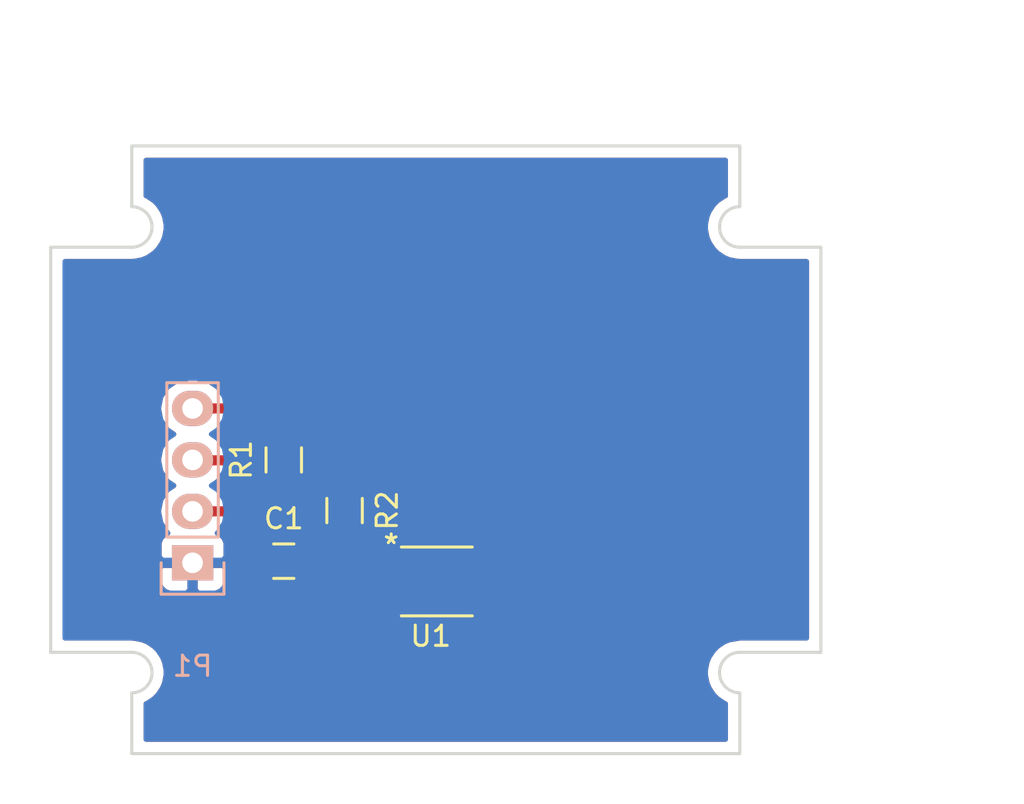
<source format=kicad_pcb>
(kicad_pcb (version 20160815) (host pcbnew "(2016-09-10 revision 7ad2f37)-master")

  (general
    (links 11)
    (no_connects 0)
    (area 135.924999 89.924999 174.075001 120.075001)
    (thickness 1.6)
    (drawings 19)
    (tracks 28)
    (zones 0)
    (modules 5)
    (nets 5)
  )

  (page A4)
  (layers
    (0 F.Cu signal)
    (31 B.Cu signal hide)
    (32 B.Adhes user)
    (33 F.Adhes user)
    (34 B.Paste user)
    (35 F.Paste user)
    (36 B.SilkS user)
    (37 F.SilkS user)
    (38 B.Mask user)
    (39 F.Mask user)
    (40 Dwgs.User user)
    (41 Cmts.User user)
    (42 Eco1.User user)
    (43 Eco2.User user)
    (44 Edge.Cuts user)
    (45 Margin user)
    (46 B.CrtYd user)
    (47 F.CrtYd user)
    (48 B.Fab user)
    (49 F.Fab user)
  )

  (setup
    (last_trace_width 0.5)
    (trace_clearance 0.2)
    (zone_clearance 0.508)
    (zone_45_only no)
    (trace_min 0.2)
    (segment_width 0.2)
    (edge_width 0.15)
    (via_size 0.6)
    (via_drill 0.4)
    (via_min_size 0.4)
    (via_min_drill 0.3)
    (uvia_size 0.3)
    (uvia_drill 0.1)
    (uvias_allowed no)
    (uvia_min_size 0.2)
    (uvia_min_drill 0.1)
    (pcb_text_width 0.3)
    (pcb_text_size 1.5 1.5)
    (mod_edge_width 0.15)
    (mod_text_size 1 1)
    (mod_text_width 0.15)
    (pad_size 1.524 1.524)
    (pad_drill 0.762)
    (pad_to_mask_clearance 0.2)
    (aux_axis_origin 155 111.5)
    (visible_elements FFFFFF7F)
    (pcbplotparams
      (layerselection 0x000f0_ffffffff)
      (usegerberextensions true)
      (excludeedgelayer false)
      (linewidth 0.100000)
      (plotframeref false)
      (viasonmask false)
      (mode 1)
      (useauxorigin true)
      (hpglpennumber 1)
      (hpglpenspeed 20)
      (hpglpendiameter 15)
      (psnegative false)
      (psa4output false)
      (plotreference true)
      (plotvalue true)
      (plotinvisibletext false)
      (padsonsilk false)
      (subtractmaskfromsilk false)
      (outputformat 1)
      (mirror false)
      (drillshape 0)
      (scaleselection 1)
      (outputdirectory ditos-TSL2561-gerbers-20160908))
  )

  (net 0 "")
  (net 1 GND)
  (net 2 VCC)
  (net 3 "Net-(P1-Pad3)")
  (net 4 "Net-(P1-Pad4)")

  (net_class Default "This is the default net class."
    (clearance 0.2)
    (trace_width 0.5)
    (via_dia 0.6)
    (via_drill 0.4)
    (uvia_dia 0.3)
    (uvia_drill 0.1)
    (diff_pair_gap 0.25)
    (diff_pair_width 0.2)
    (add_net GND)
    (add_net "Net-(P1-Pad3)")
    (add_net "Net-(P1-Pad4)")
    (add_net VCC)
  )

  (module Pin_Headers:Pin_Header_Straight_1x04 (layer B.Cu) (tedit 0) (tstamp 57D04402)
    (at 143 110.58)
    (descr "Through hole pin header")
    (tags "pin header")
    (path /57D0407D)
    (fp_text reference P1 (at 0 5.1) (layer B.SilkS)
      (effects (font (size 1 1) (thickness 0.15)) (justify mirror))
    )
    (fp_text value CONN_01X04 (at 0 3.1) (layer B.Fab)
      (effects (font (size 1 1) (thickness 0.15)) (justify mirror))
    )
    (fp_line (start -1.75 1.75) (end -1.75 -9.4) (layer B.CrtYd) (width 0.05))
    (fp_line (start 1.75 1.75) (end 1.75 -9.4) (layer B.CrtYd) (width 0.05))
    (fp_line (start -1.75 1.75) (end 1.75 1.75) (layer B.CrtYd) (width 0.05))
    (fp_line (start -1.75 -9.4) (end 1.75 -9.4) (layer B.CrtYd) (width 0.05))
    (fp_line (start -1.27 -1.27) (end -1.27 -8.89) (layer B.SilkS) (width 0.15))
    (fp_line (start 1.27 -1.27) (end 1.27 -8.89) (layer B.SilkS) (width 0.15))
    (fp_line (start 1.55 1.55) (end 1.55 0) (layer B.SilkS) (width 0.15))
    (fp_line (start -1.27 -8.89) (end 1.27 -8.89) (layer B.SilkS) (width 0.15))
    (fp_line (start 1.27 -1.27) (end -1.27 -1.27) (layer B.SilkS) (width 0.15))
    (fp_line (start -1.55 0) (end -1.55 1.55) (layer B.SilkS) (width 0.15))
    (fp_line (start -1.55 1.55) (end 1.55 1.55) (layer B.SilkS) (width 0.15))
    (pad 1 thru_hole rect (at 0 0) (size 2.032 1.7272) (drill 1.016) (layers *.Cu *.Mask B.SilkS)
      (net 1 GND))
    (pad 2 thru_hole oval (at 0 -2.54) (size 2.032 1.7272) (drill 1.016) (layers *.Cu *.Mask B.SilkS)
      (net 2 VCC))
    (pad 3 thru_hole oval (at 0 -5.08) (size 2.032 1.7272) (drill 1.016) (layers *.Cu *.Mask B.SilkS)
      (net 3 "Net-(P1-Pad3)"))
    (pad 4 thru_hole oval (at 0 -7.62) (size 2.032 1.7272) (drill 1.016) (layers *.Cu *.Mask B.SilkS)
      (net 4 "Net-(P1-Pad4)"))
    (model Pin_Headers.3dshapes/Pin_Header_Straight_1x04.wrl
      (at (xyz 0 -0.15 0))
      (scale (xyz 1 1 1))
      (rotate (xyz 0 0 90))
    )
  )

  (module Resistors_SMD:R_0805 (layer F.Cu) (tedit 5415CDEB) (tstamp 57D04408)
    (at 147.5 105.5 90)
    (descr "Resistor SMD 0805, reflow soldering, Vishay (see dcrcw.pdf)")
    (tags "resistor 0805")
    (path /57D043E8)
    (attr smd)
    (fp_text reference R1 (at 0 -2.1 90) (layer F.SilkS)
      (effects (font (size 1 1) (thickness 0.15)))
    )
    (fp_text value 4K7 (at 0 2.1 90) (layer F.Fab)
      (effects (font (size 1 1) (thickness 0.15)))
    )
    (fp_line (start -1.6 -1) (end 1.6 -1) (layer F.CrtYd) (width 0.05))
    (fp_line (start -1.6 1) (end 1.6 1) (layer F.CrtYd) (width 0.05))
    (fp_line (start -1.6 -1) (end -1.6 1) (layer F.CrtYd) (width 0.05))
    (fp_line (start 1.6 -1) (end 1.6 1) (layer F.CrtYd) (width 0.05))
    (fp_line (start 0.6 0.875) (end -0.6 0.875) (layer F.SilkS) (width 0.15))
    (fp_line (start -0.6 -0.875) (end 0.6 -0.875) (layer F.SilkS) (width 0.15))
    (pad 1 smd rect (at -0.95 0 90) (size 0.7 1.3) (layers F.Cu F.Paste F.Mask)
      (net 2 VCC))
    (pad 2 smd rect (at 0.95 0 90) (size 0.7 1.3) (layers F.Cu F.Paste F.Mask)
      (net 4 "Net-(P1-Pad4)"))
    (model Resistors_SMD.3dshapes/R_0805.wrl
      (at (xyz 0 0 0))
      (scale (xyz 1 1 1))
      (rotate (xyz 0 0 0))
    )
  )

  (module Resistors_SMD:R_0805 (layer F.Cu) (tedit 5415CDEB) (tstamp 57D0440E)
    (at 150.5 108 270)
    (descr "Resistor SMD 0805, reflow soldering, Vishay (see dcrcw.pdf)")
    (tags "resistor 0805")
    (path /57D043A1)
    (attr smd)
    (fp_text reference R2 (at 0 -2.1 270) (layer F.SilkS)
      (effects (font (size 1 1) (thickness 0.15)))
    )
    (fp_text value 4K7 (at 0 2.1 270) (layer F.Fab)
      (effects (font (size 1 1) (thickness 0.15)))
    )
    (fp_line (start -1.6 -1) (end 1.6 -1) (layer F.CrtYd) (width 0.05))
    (fp_line (start -1.6 1) (end 1.6 1) (layer F.CrtYd) (width 0.05))
    (fp_line (start -1.6 -1) (end -1.6 1) (layer F.CrtYd) (width 0.05))
    (fp_line (start 1.6 -1) (end 1.6 1) (layer F.CrtYd) (width 0.05))
    (fp_line (start 0.6 0.875) (end -0.6 0.875) (layer F.SilkS) (width 0.15))
    (fp_line (start -0.6 -0.875) (end 0.6 -0.875) (layer F.SilkS) (width 0.15))
    (pad 1 smd rect (at -0.95 0 270) (size 0.7 1.3) (layers F.Cu F.Paste F.Mask)
      (net 3 "Net-(P1-Pad3)"))
    (pad 2 smd rect (at 0.95 0 270) (size 0.7 1.3) (layers F.Cu F.Paste F.Mask)
      (net 2 VCC))
    (model Resistors_SMD.3dshapes/R_0805.wrl
      (at (xyz 0 0 0))
      (scale (xyz 1 1 1))
      (rotate (xyz 0 0 0))
    )
  )

  (module TSL2561:TMB-6 (layer F.Cu) (tedit 55C9913D) (tstamp 57D04418)
    (at 155 111.5)
    (path /57D03F5E)
    (fp_text reference U1 (at -0.25 2.7) (layer F.SilkS)
      (effects (font (size 1 1) (thickness 0.15)))
    )
    (fp_text value TSL2561 (at -0.05 -3.25) (layer F.Fab)
      (effects (font (size 1 1) (thickness 0.15)))
    )
    (fp_text user * (at -2.2 -1.8) (layer F.SilkS)
      (effects (font (size 1 1) (thickness 0.15)))
    )
    (fp_line (start -1.7 1.7) (end 1.8 1.7) (layer F.SilkS) (width 0.15))
    (fp_line (start -1.7 -1.7) (end 1.8 -1.7) (layer F.SilkS) (width 0.15))
    (pad 1 smd rect (at -1.7 -0.95) (size 1.4 0.7) (layers F.Cu F.Paste F.Mask)
      (net 2 VCC))
    (pad 2 smd rect (at -1.7 0) (size 1.4 0.7) (layers F.Cu F.Paste F.Mask)
      (net 1 GND))
    (pad 3 smd rect (at -1.7 0.95) (size 1.4 0.7) (layers F.Cu F.Paste F.Mask)
      (net 1 GND))
    (pad 4 smd rect (at 1.7 0.95) (size 1.4 0.7) (layers F.Cu F.Paste F.Mask)
      (net 4 "Net-(P1-Pad4)"))
    (pad 5 smd rect (at 1.7 0) (size 1.4 0.7) (layers F.Cu F.Paste F.Mask))
    (pad 6 smd rect (at 1.7 -0.95) (size 1.4 0.7) (layers F.Cu F.Paste F.Mask)
      (net 3 "Net-(P1-Pad3)"))
  )

  (module Capacitors_SMD:C_0805 (layer F.Cu) (tedit 5415D6EA) (tstamp 57D15331)
    (at 147.5 110.5)
    (descr "Capacitor SMD 0805, reflow soldering, AVX (see smccp.pdf)")
    (tags "capacitor 0805")
    (path /57D047B5)
    (attr smd)
    (fp_text reference C1 (at 0 -2.1) (layer F.SilkS)
      (effects (font (size 1 1) (thickness 0.15)))
    )
    (fp_text value 1uF (at 0 2.1) (layer F.Fab)
      (effects (font (size 1 1) (thickness 0.15)))
    )
    (fp_line (start -1.8 -1) (end 1.8 -1) (layer F.CrtYd) (width 0.05))
    (fp_line (start -1.8 1) (end 1.8 1) (layer F.CrtYd) (width 0.05))
    (fp_line (start -1.8 -1) (end -1.8 1) (layer F.CrtYd) (width 0.05))
    (fp_line (start 1.8 -1) (end 1.8 1) (layer F.CrtYd) (width 0.05))
    (fp_line (start 0.5 -0.85) (end -0.5 -0.85) (layer F.SilkS) (width 0.15))
    (fp_line (start -0.5 0.85) (end 0.5 0.85) (layer F.SilkS) (width 0.15))
    (pad 1 smd rect (at -1 0) (size 1 1.25) (layers F.Cu F.Paste F.Mask)
      (net 1 GND))
    (pad 2 smd rect (at 1 0) (size 1 1.25) (layers F.Cu F.Paste F.Mask)
      (net 2 VCC))
    (model Capacitors_SMD.3dshapes/C_0805.wrl
      (at (xyz 0 0 0))
      (scale (xyz 1 1 1))
      (rotate (xyz 0 0 0))
    )
  )

  (dimension 8.5 (width 0.3) (layer Eco1.User)
    (gr_text "8.500 mm" (at 162.35 115.75 90) (layer Eco1.User)
      (effects (font (size 1.5 1.5) (thickness 0.3)))
    )
    (feature1 (pts (xy 155 111.5) (xy 163.7 111.5)))
    (feature2 (pts (xy 155 120) (xy 163.7 120)))
    (crossbar (pts (xy 161 120) (xy 161 111.5)))
    (arrow1a (pts (xy 161 111.5) (xy 161.586421 112.626504)))
    (arrow1b (pts (xy 161 111.5) (xy 160.413579 112.626504)))
    (arrow2a (pts (xy 161 120) (xy 161.586421 118.873496)))
    (arrow2b (pts (xy 161 120) (xy 160.413579 118.873496)))
  )
  (gr_arc (start 170 94) (end 170 95) (angle 180) (layer Edge.Cuts) (width 0.15))
  (gr_arc (start 170 116) (end 170 117) (angle 180) (layer Edge.Cuts) (width 0.15))
  (gr_arc (start 140 116) (end 140 115) (angle 180) (layer Edge.Cuts) (width 0.15))
  (gr_arc (start 140 94) (end 140 93) (angle 180) (layer Edge.Cuts) (width 0.15))
  (gr_line (start 140 93) (end 140 90) (layer Edge.Cuts) (width 0.15))
  (gr_line (start 136 95) (end 140 95) (layer Edge.Cuts) (width 0.15))
  (gr_line (start 136 115) (end 136 95) (layer Edge.Cuts) (width 0.15))
  (gr_line (start 140 115) (end 136 115) (layer Edge.Cuts) (width 0.15))
  (gr_line (start 140 120) (end 140 117) (layer Edge.Cuts) (width 0.15))
  (gr_line (start 174 115) (end 170 115) (layer Edge.Cuts) (width 0.15))
  (gr_line (start 174 95) (end 174 115) (layer Edge.Cuts) (width 0.15))
  (gr_line (start 170 95) (end 174 95) (layer Edge.Cuts) (width 0.15))
  (gr_line (start 170 120) (end 170 117) (layer Edge.Cuts) (width 0.15))
  (gr_line (start 170 90) (end 170 93) (layer Edge.Cuts) (width 0.15))
  (gr_line (start 170 120) (end 140 120) (layer Edge.Cuts) (width 0.15))
  (gr_line (start 140 90) (end 170 90) (layer Edge.Cuts) (width 0.15))
  (dimension 30 (width 0.3) (layer Eco1.User)
    (gr_text "30.000 mm" (at 181.35 105 270) (layer Eco1.User)
      (effects (font (size 1.5 1.5) (thickness 0.3)))
    )
    (feature1 (pts (xy 170 120) (xy 182.7 120)))
    (feature2 (pts (xy 170 90) (xy 182.7 90)))
    (crossbar (pts (xy 180 90) (xy 180 120)))
    (arrow1a (pts (xy 180 120) (xy 179.413579 118.873496)))
    (arrow1b (pts (xy 180 120) (xy 180.586421 118.873496)))
    (arrow2a (pts (xy 180 90) (xy 179.413579 91.126504)))
    (arrow2b (pts (xy 180 90) (xy 180.586421 91.126504)))
  )
  (dimension 30 (width 0.3) (layer Eco1.User)
    (gr_text "30.000 mm" (at 155 84.65) (layer Eco1.User)
      (effects (font (size 1.5 1.5) (thickness 0.3)))
    )
    (feature1 (pts (xy 170 90) (xy 170 83.3)))
    (feature2 (pts (xy 140 90) (xy 140 83.3)))
    (crossbar (pts (xy 140 86) (xy 170 86)))
    (arrow1a (pts (xy 170 86) (xy 168.873496 86.586421)))
    (arrow1b (pts (xy 170 86) (xy 168.873496 85.413579)))
    (arrow2a (pts (xy 140 86) (xy 141.126504 86.586421)))
    (arrow2b (pts (xy 140 86) (xy 141.126504 85.413579)))
  )

  (segment (start 146.5 110.5) (end 146.5 111) (width 0.5) (layer F.Cu) (net 1))
  (segment (start 146.5 111) (end 147.5 112) (width 0.5) (layer F.Cu) (net 1) (tstamp 57E93326))
  (segment (start 147.5 112) (end 151 112) (width 0.5) (layer F.Cu) (net 1) (tstamp 57E93327))
  (segment (start 151 112) (end 151.5 111.5) (width 0.5) (layer F.Cu) (net 1) (tstamp 57E93328))
  (segment (start 150.5 110.5) (end 153.25 110.5) (width 0.5) (layer F.Cu) (net 2))
  (segment (start 148.5 110.5) (end 150.5 110.5) (width 0.5) (layer F.Cu) (net 2))
  (segment (start 150.5 110.5) (end 150.5 108.95) (width 0.5) (layer F.Cu) (net 2))
  (segment (start 153.25 110.5) (end 153.3 110.55) (width 0.5) (layer F.Cu) (net 2))
  (segment (start 147.54 108.04) (end 148.5 109) (width 0.5) (layer F.Cu) (net 2))
  (segment (start 148.5 109) (end 148.5 110.5) (width 0.5) (layer F.Cu) (net 2))
  (segment (start 147.5 106.5) (end 147.5 108) (width 0.5) (layer F.Cu) (net 2))
  (segment (start 147.5 108) (end 147.54 108.04) (width 0.5) (layer F.Cu) (net 2))
  (segment (start 147.54 108.04) (end 144.516 108.04) (width 0.5) (layer F.Cu) (net 2))
  (segment (start 144.516 108.04) (end 143 108.04) (width 0.5) (layer F.Cu) (net 2))
  (segment (start 143 105.5) (end 143.02192 105.52192) (width 0.5) (layer F.Cu) (net 3))
  (segment (start 143.02192 105.52192) (end 150.47808 105.52192) (width 0.5) (layer F.Cu) (net 3))
  (segment (start 150.47808 105.52192) (end 150.5 105.5) (width 0.5) (layer F.Cu) (net 3))
  (segment (start 150.5 105.5) (end 155.023497 105.5) (width 0.5) (layer F.Cu) (net 3))
  (segment (start 156.7 107.176503) (end 156.7 110.55) (width 0.5) (layer F.Cu) (net 3))
  (segment (start 155.023497 105.5) (end 156.7 107.176503) (width 0.5) (layer F.Cu) (net 3))
  (segment (start 150.5 107.05) (end 150.5 105.5) (width 0.5) (layer F.Cu) (net 3))
  (segment (start 147.5 102.96) (end 154.957912 102.96) (width 0.5) (layer F.Cu) (net 4))
  (segment (start 154.957912 102.96) (end 158.523552 106.52564) (width 0.5) (layer F.Cu) (net 4))
  (segment (start 158.523552 106.52564) (end 158.523552 112.084572) (width 0.5) (layer F.Cu) (net 4))
  (segment (start 158.523552 112.084572) (end 158.158124 112.45) (width 0.5) (layer F.Cu) (net 4))
  (segment (start 158.158124 112.45) (end 156.7 112.45) (width 0.5) (layer F.Cu) (net 4))
  (segment (start 143 102.96) (end 147.5 102.96) (width 0.5) (layer F.Cu) (net 4))
  (segment (start 147.5 104.6) (end 147.5 102.96) (width 0.5) (layer F.Cu) (net 4))

  (zone (net 1) (net_name GND) (layer F.Cu) (tstamp 0) (hatch edge 0.508)
    (connect_pads (clearance 0.508))
    (min_thickness 0.254)
    (fill yes (arc_segments 16) (thermal_gap 0.508) (thermal_bridge_width 0.508))
    (polygon
      (pts
        (xy 135 87.5) (xy 177.5 87.5) (xy 176.5 121.5) (xy 133.5 122.5)
      )
    )
    (filled_polygon
      (pts
        (xy 169.29 92.457968) (xy 169.222862 92.485777) (xy 168.898438 92.702549) (xy 168.739501 92.861487) (xy 168.702549 92.898439)
        (xy 168.485776 93.222862) (xy 168.4147 93.394456) (xy 168.379762 93.478804) (xy 168.303642 93.861487) (xy 168.303642 94.138513)
        (xy 168.379762 94.521196) (xy 168.399395 94.568593) (xy 168.485776 94.777138) (xy 168.702549 95.101561) (xy 168.70255 95.101562)
        (xy 168.898438 95.297451) (xy 169.222862 95.514223) (xy 169.328877 95.558136) (xy 169.478804 95.620238) (xy 169.861486 95.696358)
        (xy 169.931416 95.696358) (xy 170 95.71) (xy 173.29 95.71) (xy 173.29 114.29) (xy 170 114.29)
        (xy 169.931416 114.303642) (xy 169.478804 114.379762) (xy 169.406632 114.409657) (xy 169.222862 114.485777) (xy 168.898438 114.702549)
        (xy 168.739501 114.861487) (xy 168.702549 114.898439) (xy 168.485776 115.222862) (xy 168.4147 115.394456) (xy 168.379762 115.478804)
        (xy 168.303642 115.861487) (xy 168.303642 116.138513) (xy 168.379762 116.521196) (xy 168.399395 116.568593) (xy 168.485776 116.777138)
        (xy 168.702549 117.101561) (xy 168.70255 117.101562) (xy 168.898438 117.297451) (xy 169.222862 117.514223) (xy 169.29 117.542032)
        (xy 169.29 119.29) (xy 140.71 119.29) (xy 140.71 117.542033) (xy 140.777138 117.514224) (xy 141.101561 117.297451)
        (xy 141.101562 117.29745) (xy 141.297451 117.101562) (xy 141.514223 116.777138) (xy 141.558136 116.671123) (xy 141.620238 116.521196)
        (xy 141.696358 116.138514) (xy 141.696358 115.861486) (xy 141.620238 115.478804) (xy 141.558136 115.328877) (xy 141.514223 115.222862)
        (xy 141.297451 114.898438) (xy 141.101562 114.70255) (xy 141.101561 114.702549) (xy 140.777138 114.485776) (xy 140.593368 114.409657)
        (xy 140.521196 114.379762) (xy 140.138513 114.303642) (xy 140.068584 114.303642) (xy 140 114.29) (xy 136.71 114.29)
        (xy 136.71 112.73575) (xy 151.965 112.73575) (xy 151.965 112.92631) (xy 152.061673 113.159699) (xy 152.240302 113.338327)
        (xy 152.473691 113.435) (xy 153.01425 113.435) (xy 153.173 113.27625) (xy 153.173 112.577) (xy 153.427 112.577)
        (xy 153.427 113.27625) (xy 153.58575 113.435) (xy 154.126309 113.435) (xy 154.359698 113.338327) (xy 154.538327 113.159699)
        (xy 154.635 112.92631) (xy 154.635 112.73575) (xy 154.47625 112.577) (xy 153.427 112.577) (xy 153.173 112.577)
        (xy 152.12375 112.577) (xy 151.965 112.73575) (xy 136.71 112.73575) (xy 136.71 110.86575) (xy 141.349 110.86575)
        (xy 141.349 111.56991) (xy 141.445673 111.803299) (xy 141.624302 111.981927) (xy 141.857691 112.0786) (xy 142.71425 112.0786)
        (xy 142.873 111.91985) (xy 142.873 110.707) (xy 143.127 110.707) (xy 143.127 111.91985) (xy 143.28575 112.0786)
        (xy 144.142309 112.0786) (xy 144.375698 111.981927) (xy 144.554327 111.803299) (xy 144.651 111.56991) (xy 144.651 110.86575)
        (xy 144.571 110.78575) (xy 145.365 110.78575) (xy 145.365 111.25131) (xy 145.461673 111.484699) (xy 145.640302 111.663327)
        (xy 145.873691 111.76) (xy 146.21425 111.76) (xy 146.373 111.60125) (xy 146.373 110.627) (xy 145.52375 110.627)
        (xy 145.365 110.78575) (xy 144.571 110.78575) (xy 144.49225 110.707) (xy 143.127 110.707) (xy 142.873 110.707)
        (xy 141.50775 110.707) (xy 141.349 110.86575) (xy 136.71 110.86575) (xy 136.71 102.96) (xy 141.316655 102.96)
        (xy 141.430729 103.533489) (xy 141.755585 104.01967) (xy 142.070366 104.23) (xy 141.755585 104.44033) (xy 141.430729 104.926511)
        (xy 141.316655 105.5) (xy 141.430729 106.073489) (xy 141.755585 106.55967) (xy 142.070366 106.77) (xy 141.755585 106.98033)
        (xy 141.430729 107.466511) (xy 141.316655 108.04) (xy 141.430729 108.613489) (xy 141.755585 109.09967) (xy 141.77778 109.1145)
        (xy 141.624302 109.178073) (xy 141.445673 109.356701) (xy 141.349 109.59009) (xy 141.349 110.29425) (xy 141.50775 110.453)
        (xy 142.873 110.453) (xy 142.873 110.433) (xy 143.127 110.433) (xy 143.127 110.453) (xy 144.49225 110.453)
        (xy 144.651 110.29425) (xy 144.651 109.74869) (xy 145.365 109.74869) (xy 145.365 110.21425) (xy 145.52375 110.373)
        (xy 146.373 110.373) (xy 146.373 109.39875) (xy 146.21425 109.24) (xy 145.873691 109.24) (xy 145.640302 109.336673)
        (xy 145.461673 109.515301) (xy 145.365 109.74869) (xy 144.651 109.74869) (xy 144.651 109.59009) (xy 144.554327 109.356701)
        (xy 144.375698 109.178073) (xy 144.22222 109.1145) (xy 144.244415 109.09967) (xy 144.361126 108.925) (xy 147.17342 108.925)
        (xy 147.615 109.366579) (xy 147.615 109.368541) (xy 147.542191 109.417191) (xy 147.501346 109.47832) (xy 147.359698 109.336673)
        (xy 147.126309 109.24) (xy 146.78575 109.24) (xy 146.627 109.39875) (xy 146.627 110.373) (xy 146.647 110.373)
        (xy 146.647 110.627) (xy 146.627 110.627) (xy 146.627 111.60125) (xy 146.78575 111.76) (xy 147.126309 111.76)
        (xy 147.359698 111.663327) (xy 147.501346 111.52168) (xy 147.542191 111.582809) (xy 147.752235 111.723157) (xy 148 111.77244)
        (xy 149 111.77244) (xy 149.247765 111.723157) (xy 149.457809 111.582809) (xy 149.589982 111.385) (xy 152.182885 111.385)
        (xy 152.352235 111.498157) (xy 152.380209 111.503721) (xy 152.240302 111.561673) (xy 152.174975 111.627) (xy 152.12375 111.627)
        (xy 151.965 111.78575) (xy 151.965 112.16425) (xy 152.12375 112.323) (xy 152.174975 112.323) (xy 152.240302 112.388327)
        (xy 152.473691 112.485) (xy 153.01425 112.485) (xy 153.173 112.32625) (xy 153.173 112.303) (xy 153.427 112.303)
        (xy 153.427 112.32625) (xy 153.58575 112.485) (xy 154.126309 112.485) (xy 154.359698 112.388327) (xy 154.425025 112.323)
        (xy 154.47625 112.323) (xy 154.635 112.16425) (xy 154.635 111.78575) (xy 154.47625 111.627) (xy 154.425025 111.627)
        (xy 154.359698 111.561673) (xy 154.219791 111.503721) (xy 154.247765 111.498157) (xy 154.435074 111.373) (xy 154.47625 111.373)
        (xy 154.635 111.21425) (xy 154.635 111.02369) (xy 154.626783 111.003852) (xy 154.64744 110.9) (xy 154.64744 110.2)
        (xy 154.598157 109.952235) (xy 154.457809 109.742191) (xy 154.247765 109.601843) (xy 154 109.55256) (xy 152.6 109.55256)
        (xy 152.352235 109.601843) (xy 152.332544 109.615) (xy 151.703232 109.615) (xy 151.748157 109.547765) (xy 151.79744 109.3)
        (xy 151.79744 108.6) (xy 151.748157 108.352235) (xy 151.607809 108.142191) (xy 151.397765 108.001843) (xy 151.3885 108)
        (xy 151.397765 107.998157) (xy 151.607809 107.857809) (xy 151.748157 107.647765) (xy 151.79744 107.4) (xy 151.79744 106.7)
        (xy 151.748157 106.452235) (xy 151.703232 106.385) (xy 154.656917 106.385) (xy 155.815 107.543082) (xy 155.815 109.589358)
        (xy 155.752235 109.601843) (xy 155.542191 109.742191) (xy 155.401843 109.952235) (xy 155.35256 110.2) (xy 155.35256 110.9)
        (xy 155.377424 111.025) (xy 155.35256 111.15) (xy 155.35256 111.85) (xy 155.377424 111.975) (xy 155.35256 112.1)
        (xy 155.35256 112.8) (xy 155.401843 113.047765) (xy 155.542191 113.257809) (xy 155.752235 113.398157) (xy 156 113.44744)
        (xy 157.4 113.44744) (xy 157.647765 113.398157) (xy 157.742285 113.335) (xy 158.158119 113.335) (xy 158.158124 113.335001)
        (xy 158.440608 113.27881) (xy 158.496799 113.267633) (xy 158.783914 113.07579) (xy 159.149339 112.710364) (xy 159.149342 112.710362)
        (xy 159.341185 112.423247) (xy 159.360479 112.32625) (xy 159.408553 112.084572) (xy 159.408552 112.084567) (xy 159.408552 106.52564)
        (xy 159.341185 106.186965) (xy 159.149342 105.89985) (xy 159.149339 105.899848) (xy 155.583702 102.33421) (xy 155.296587 102.142367)
        (xy 155.240396 102.13119) (xy 154.957912 102.074999) (xy 154.957907 102.075) (xy 144.361126 102.075) (xy 144.244415 101.90033)
        (xy 143.758234 101.575474) (xy 143.184745 101.4614) (xy 142.815255 101.4614) (xy 142.241766 101.575474) (xy 141.755585 101.90033)
        (xy 141.430729 102.386511) (xy 141.316655 102.96) (xy 136.71 102.96) (xy 136.71 95.71) (xy 140 95.71)
        (xy 140.068584 95.696358) (xy 140.138513 95.696358) (xy 140.521196 95.620238) (xy 140.59616 95.589187) (xy 140.777138 95.514224)
        (xy 141.101561 95.297451) (xy 141.127307 95.271705) (xy 141.297451 95.101562) (xy 141.514223 94.777138) (xy 141.558136 94.671123)
        (xy 141.620238 94.521196) (xy 141.696358 94.138514) (xy 141.696358 93.861486) (xy 141.620238 93.478804) (xy 141.558136 93.328877)
        (xy 141.514223 93.222862) (xy 141.297451 92.898438) (xy 141.101562 92.70255) (xy 141.101561 92.702549) (xy 140.777138 92.485776)
        (xy 140.71 92.457967) (xy 140.71 90.71) (xy 169.29 90.71)
      )
    )
  )
  (zone (net 1) (net_name GND) (layer B.Cu) (tstamp 0) (hatch edge 0.508)
    (connect_pads (clearance 0.508))
    (min_thickness 0.254)
    (fill yes (arc_segments 16) (thermal_gap 0.508) (thermal_bridge_width 0.508))
    (polygon
      (pts
        (xy 135 88.5) (xy 176 88.5) (xy 176 121) (xy 134 120.5)
      )
    )
    (filled_polygon
      (pts
        (xy 169.29 92.457968) (xy 169.222862 92.485777) (xy 168.898438 92.702549) (xy 168.739501 92.861487) (xy 168.702549 92.898439)
        (xy 168.485776 93.222862) (xy 168.4147 93.394456) (xy 168.379762 93.478804) (xy 168.303642 93.861487) (xy 168.303642 94.138513)
        (xy 168.379762 94.521196) (xy 168.399395 94.568593) (xy 168.485776 94.777138) (xy 168.702549 95.101561) (xy 168.70255 95.101562)
        (xy 168.898438 95.297451) (xy 169.222862 95.514223) (xy 169.328877 95.558136) (xy 169.478804 95.620238) (xy 169.861486 95.696358)
        (xy 169.931416 95.696358) (xy 170 95.71) (xy 173.29 95.71) (xy 173.29 114.29) (xy 170 114.29)
        (xy 169.931416 114.303642) (xy 169.478804 114.379762) (xy 169.406632 114.409657) (xy 169.222862 114.485777) (xy 168.898438 114.702549)
        (xy 168.739501 114.861487) (xy 168.702549 114.898439) (xy 168.485776 115.222862) (xy 168.4147 115.394456) (xy 168.379762 115.478804)
        (xy 168.303642 115.861487) (xy 168.303642 116.138513) (xy 168.379762 116.521196) (xy 168.399395 116.568593) (xy 168.485776 116.777138)
        (xy 168.702549 117.101561) (xy 168.70255 117.101562) (xy 168.898438 117.297451) (xy 169.222862 117.514223) (xy 169.29 117.542032)
        (xy 169.29 119.29) (xy 140.71 119.29) (xy 140.71 117.542033) (xy 140.777138 117.514224) (xy 141.101561 117.297451)
        (xy 141.101562 117.29745) (xy 141.297451 117.101562) (xy 141.514223 116.777138) (xy 141.558136 116.671123) (xy 141.620238 116.521196)
        (xy 141.696358 116.138514) (xy 141.696358 115.861486) (xy 141.620238 115.478804) (xy 141.558136 115.328877) (xy 141.514223 115.222862)
        (xy 141.297451 114.898438) (xy 141.101562 114.70255) (xy 141.101561 114.702549) (xy 140.777138 114.485776) (xy 140.593368 114.409657)
        (xy 140.521196 114.379762) (xy 140.138513 114.303642) (xy 140.068584 114.303642) (xy 140 114.29) (xy 136.71 114.29)
        (xy 136.71 110.86575) (xy 141.349 110.86575) (xy 141.349 111.56991) (xy 141.445673 111.803299) (xy 141.624302 111.981927)
        (xy 141.857691 112.0786) (xy 142.71425 112.0786) (xy 142.873 111.91985) (xy 142.873 110.707) (xy 143.127 110.707)
        (xy 143.127 111.91985) (xy 143.28575 112.0786) (xy 144.142309 112.0786) (xy 144.375698 111.981927) (xy 144.554327 111.803299)
        (xy 144.651 111.56991) (xy 144.651 110.86575) (xy 144.49225 110.707) (xy 143.127 110.707) (xy 142.873 110.707)
        (xy 141.50775 110.707) (xy 141.349 110.86575) (xy 136.71 110.86575) (xy 136.71 102.96) (xy 141.316655 102.96)
        (xy 141.430729 103.533489) (xy 141.755585 104.01967) (xy 142.070366 104.23) (xy 141.755585 104.44033) (xy 141.430729 104.926511)
        (xy 141.316655 105.5) (xy 141.430729 106.073489) (xy 141.755585 106.55967) (xy 142.070366 106.77) (xy 141.755585 106.98033)
        (xy 141.430729 107.466511) (xy 141.316655 108.04) (xy 141.430729 108.613489) (xy 141.755585 109.09967) (xy 141.77778 109.1145)
        (xy 141.624302 109.178073) (xy 141.445673 109.356701) (xy 141.349 109.59009) (xy 141.349 110.29425) (xy 141.50775 110.453)
        (xy 142.873 110.453) (xy 142.873 110.433) (xy 143.127 110.433) (xy 143.127 110.453) (xy 144.49225 110.453)
        (xy 144.651 110.29425) (xy 144.651 109.59009) (xy 144.554327 109.356701) (xy 144.375698 109.178073) (xy 144.22222 109.1145)
        (xy 144.244415 109.09967) (xy 144.569271 108.613489) (xy 144.683345 108.04) (xy 144.569271 107.466511) (xy 144.244415 106.98033)
        (xy 143.929634 106.77) (xy 144.244415 106.55967) (xy 144.569271 106.073489) (xy 144.683345 105.5) (xy 144.569271 104.926511)
        (xy 144.244415 104.44033) (xy 143.929634 104.23) (xy 144.244415 104.01967) (xy 144.569271 103.533489) (xy 144.683345 102.96)
        (xy 144.569271 102.386511) (xy 144.244415 101.90033) (xy 143.758234 101.575474) (xy 143.184745 101.4614) (xy 142.815255 101.4614)
        (xy 142.241766 101.575474) (xy 141.755585 101.90033) (xy 141.430729 102.386511) (xy 141.316655 102.96) (xy 136.71 102.96)
        (xy 136.71 95.71) (xy 140 95.71) (xy 140.068584 95.696358) (xy 140.138513 95.696358) (xy 140.521196 95.620238)
        (xy 140.59616 95.589187) (xy 140.777138 95.514224) (xy 141.101561 95.297451) (xy 141.127307 95.271705) (xy 141.297451 95.101562)
        (xy 141.514223 94.777138) (xy 141.558136 94.671123) (xy 141.620238 94.521196) (xy 141.696358 94.138514) (xy 141.696358 93.861486)
        (xy 141.620238 93.478804) (xy 141.558136 93.328877) (xy 141.514223 93.222862) (xy 141.297451 92.898438) (xy 141.101562 92.70255)
        (xy 141.101561 92.702549) (xy 140.777138 92.485776) (xy 140.71 92.457967) (xy 140.71 90.71) (xy 169.29 90.71)
      )
    )
  )
)

</source>
